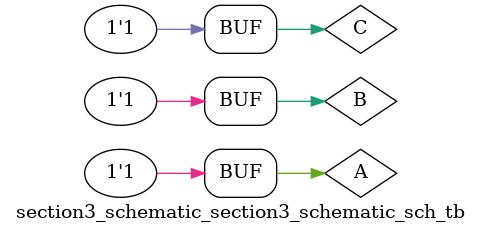
<source format=v>

`timescale 1ns / 1ps

module section3_schematic_section3_schematic_sch_tb();

// Inputs
   reg A;
   reg B;
   reg C;

// Output
   wire Le;
   wire Ld;
   wire Re;
   wire Rd;

// Bidirs

// Instantiate the UUT
   section3_schematic UUT (
		.A(A), 
		.B(B), 
		.C(C), 
		.Le(Le), 
		.Ld(Ld), 
		.Re(Re), 
		.Rd(Rd)
   );
// Initialize Inputs
       initial begin
			 A = 0; B = 0; C = 0;
		#10 A = 0; B = 0; C = 1;
		#10 A = 0; B = 1; C = 0;
		#10 A = 0; B = 1; C = 1;
		#10 A = 1; B = 0; C = 0;
		#10 A = 1; B = 0; C = 1;
		#10 A = 1; B = 1; C = 0;
		#10 A = 1; B = 1; C = 1;
		end
endmodule

</source>
